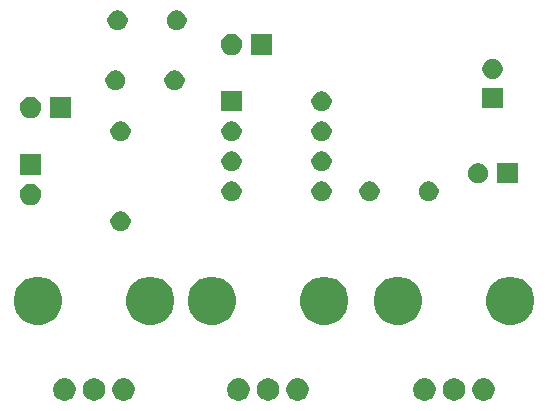
<source format=gbr>
G04 #@! TF.GenerationSoftware,KiCad,Pcbnew,5.1.5-52549c5~84~ubuntu18.04.1*
G04 #@! TF.CreationDate,2020-03-24T23:28:12-05:00*
G04 #@! TF.ProjectId,pass-01,70617373-2d30-4312-9e6b-696361645f70,rev?*
G04 #@! TF.SameCoordinates,Original*
G04 #@! TF.FileFunction,Soldermask,Bot*
G04 #@! TF.FilePolarity,Negative*
%FSLAX46Y46*%
G04 Gerber Fmt 4.6, Leading zero omitted, Abs format (unit mm)*
G04 Created by KiCad (PCBNEW 5.1.5-52549c5~84~ubuntu18.04.1) date 2020-03-24 23:28:12*
%MOMM*%
%LPD*%
G04 APERTURE LIST*
%ADD10C,0.100000*%
G04 APERTURE END LIST*
D10*
G36*
X168759395Y-113893546D02*
G01*
X168932466Y-113965234D01*
X168932467Y-113965235D01*
X169088227Y-114069310D01*
X169220690Y-114201773D01*
X169220691Y-114201775D01*
X169324766Y-114357534D01*
X169396454Y-114530605D01*
X169433000Y-114714333D01*
X169433000Y-114901667D01*
X169396454Y-115085395D01*
X169324766Y-115258466D01*
X169324765Y-115258467D01*
X169220690Y-115414227D01*
X169088227Y-115546690D01*
X169009818Y-115599081D01*
X168932466Y-115650766D01*
X168759395Y-115722454D01*
X168575667Y-115759000D01*
X168388333Y-115759000D01*
X168204605Y-115722454D01*
X168031534Y-115650766D01*
X167954182Y-115599081D01*
X167875773Y-115546690D01*
X167743310Y-115414227D01*
X167639235Y-115258467D01*
X167639234Y-115258466D01*
X167567546Y-115085395D01*
X167531000Y-114901667D01*
X167531000Y-114714333D01*
X167567546Y-114530605D01*
X167639234Y-114357534D01*
X167743309Y-114201775D01*
X167743310Y-114201773D01*
X167875773Y-114069310D01*
X168031533Y-113965235D01*
X168031534Y-113965234D01*
X168204605Y-113893546D01*
X168388333Y-113857000D01*
X168575667Y-113857000D01*
X168759395Y-113893546D01*
G37*
G36*
X171259395Y-113893546D02*
G01*
X171432466Y-113965234D01*
X171432467Y-113965235D01*
X171588227Y-114069310D01*
X171720690Y-114201773D01*
X171720691Y-114201775D01*
X171824766Y-114357534D01*
X171896454Y-114530605D01*
X171933000Y-114714333D01*
X171933000Y-114901667D01*
X171896454Y-115085395D01*
X171824766Y-115258466D01*
X171824765Y-115258467D01*
X171720690Y-115414227D01*
X171588227Y-115546690D01*
X171509818Y-115599081D01*
X171432466Y-115650766D01*
X171259395Y-115722454D01*
X171075667Y-115759000D01*
X170888333Y-115759000D01*
X170704605Y-115722454D01*
X170531534Y-115650766D01*
X170454182Y-115599081D01*
X170375773Y-115546690D01*
X170243310Y-115414227D01*
X170139235Y-115258467D01*
X170139234Y-115258466D01*
X170067546Y-115085395D01*
X170031000Y-114901667D01*
X170031000Y-114714333D01*
X170067546Y-114530605D01*
X170139234Y-114357534D01*
X170243309Y-114201775D01*
X170243310Y-114201773D01*
X170375773Y-114069310D01*
X170531533Y-113965235D01*
X170531534Y-113965234D01*
X170704605Y-113893546D01*
X170888333Y-113857000D01*
X171075667Y-113857000D01*
X171259395Y-113893546D01*
G37*
G36*
X153011395Y-113893546D02*
G01*
X153184466Y-113965234D01*
X153184467Y-113965235D01*
X153340227Y-114069310D01*
X153472690Y-114201773D01*
X153472691Y-114201775D01*
X153576766Y-114357534D01*
X153648454Y-114530605D01*
X153685000Y-114714333D01*
X153685000Y-114901667D01*
X153648454Y-115085395D01*
X153576766Y-115258466D01*
X153576765Y-115258467D01*
X153472690Y-115414227D01*
X153340227Y-115546690D01*
X153261818Y-115599081D01*
X153184466Y-115650766D01*
X153011395Y-115722454D01*
X152827667Y-115759000D01*
X152640333Y-115759000D01*
X152456605Y-115722454D01*
X152283534Y-115650766D01*
X152206182Y-115599081D01*
X152127773Y-115546690D01*
X151995310Y-115414227D01*
X151891235Y-115258467D01*
X151891234Y-115258466D01*
X151819546Y-115085395D01*
X151783000Y-114901667D01*
X151783000Y-114714333D01*
X151819546Y-114530605D01*
X151891234Y-114357534D01*
X151995309Y-114201775D01*
X151995310Y-114201773D01*
X152127773Y-114069310D01*
X152283533Y-113965235D01*
X152283534Y-113965234D01*
X152456605Y-113893546D01*
X152640333Y-113857000D01*
X152827667Y-113857000D01*
X153011395Y-113893546D01*
G37*
G36*
X155511395Y-113893546D02*
G01*
X155684466Y-113965234D01*
X155684467Y-113965235D01*
X155840227Y-114069310D01*
X155972690Y-114201773D01*
X155972691Y-114201775D01*
X156076766Y-114357534D01*
X156148454Y-114530605D01*
X156185000Y-114714333D01*
X156185000Y-114901667D01*
X156148454Y-115085395D01*
X156076766Y-115258466D01*
X156076765Y-115258467D01*
X155972690Y-115414227D01*
X155840227Y-115546690D01*
X155761818Y-115599081D01*
X155684466Y-115650766D01*
X155511395Y-115722454D01*
X155327667Y-115759000D01*
X155140333Y-115759000D01*
X154956605Y-115722454D01*
X154783534Y-115650766D01*
X154706182Y-115599081D01*
X154627773Y-115546690D01*
X154495310Y-115414227D01*
X154391235Y-115258467D01*
X154391234Y-115258466D01*
X154319546Y-115085395D01*
X154283000Y-114901667D01*
X154283000Y-114714333D01*
X154319546Y-114530605D01*
X154391234Y-114357534D01*
X154495309Y-114201775D01*
X154495310Y-114201773D01*
X154627773Y-114069310D01*
X154783533Y-113965235D01*
X154783534Y-113965234D01*
X154956605Y-113893546D01*
X155140333Y-113857000D01*
X155327667Y-113857000D01*
X155511395Y-113893546D01*
G37*
G36*
X158011395Y-113893546D02*
G01*
X158184466Y-113965234D01*
X158184467Y-113965235D01*
X158340227Y-114069310D01*
X158472690Y-114201773D01*
X158472691Y-114201775D01*
X158576766Y-114357534D01*
X158648454Y-114530605D01*
X158685000Y-114714333D01*
X158685000Y-114901667D01*
X158648454Y-115085395D01*
X158576766Y-115258466D01*
X158576765Y-115258467D01*
X158472690Y-115414227D01*
X158340227Y-115546690D01*
X158261818Y-115599081D01*
X158184466Y-115650766D01*
X158011395Y-115722454D01*
X157827667Y-115759000D01*
X157640333Y-115759000D01*
X157456605Y-115722454D01*
X157283534Y-115650766D01*
X157206182Y-115599081D01*
X157127773Y-115546690D01*
X156995310Y-115414227D01*
X156891235Y-115258467D01*
X156891234Y-115258466D01*
X156819546Y-115085395D01*
X156783000Y-114901667D01*
X156783000Y-114714333D01*
X156819546Y-114530605D01*
X156891234Y-114357534D01*
X156995309Y-114201775D01*
X156995310Y-114201773D01*
X157127773Y-114069310D01*
X157283533Y-113965235D01*
X157283534Y-113965234D01*
X157456605Y-113893546D01*
X157640333Y-113857000D01*
X157827667Y-113857000D01*
X158011395Y-113893546D01*
G37*
G36*
X143279395Y-113893546D02*
G01*
X143452466Y-113965234D01*
X143452467Y-113965235D01*
X143608227Y-114069310D01*
X143740690Y-114201773D01*
X143740691Y-114201775D01*
X143844766Y-114357534D01*
X143916454Y-114530605D01*
X143953000Y-114714333D01*
X143953000Y-114901667D01*
X143916454Y-115085395D01*
X143844766Y-115258466D01*
X143844765Y-115258467D01*
X143740690Y-115414227D01*
X143608227Y-115546690D01*
X143529818Y-115599081D01*
X143452466Y-115650766D01*
X143279395Y-115722454D01*
X143095667Y-115759000D01*
X142908333Y-115759000D01*
X142724605Y-115722454D01*
X142551534Y-115650766D01*
X142474182Y-115599081D01*
X142395773Y-115546690D01*
X142263310Y-115414227D01*
X142159235Y-115258467D01*
X142159234Y-115258466D01*
X142087546Y-115085395D01*
X142051000Y-114901667D01*
X142051000Y-114714333D01*
X142087546Y-114530605D01*
X142159234Y-114357534D01*
X142263309Y-114201775D01*
X142263310Y-114201773D01*
X142395773Y-114069310D01*
X142551533Y-113965235D01*
X142551534Y-113965234D01*
X142724605Y-113893546D01*
X142908333Y-113857000D01*
X143095667Y-113857000D01*
X143279395Y-113893546D01*
G37*
G36*
X140779395Y-113893546D02*
G01*
X140952466Y-113965234D01*
X140952467Y-113965235D01*
X141108227Y-114069310D01*
X141240690Y-114201773D01*
X141240691Y-114201775D01*
X141344766Y-114357534D01*
X141416454Y-114530605D01*
X141453000Y-114714333D01*
X141453000Y-114901667D01*
X141416454Y-115085395D01*
X141344766Y-115258466D01*
X141344765Y-115258467D01*
X141240690Y-115414227D01*
X141108227Y-115546690D01*
X141029818Y-115599081D01*
X140952466Y-115650766D01*
X140779395Y-115722454D01*
X140595667Y-115759000D01*
X140408333Y-115759000D01*
X140224605Y-115722454D01*
X140051534Y-115650766D01*
X139974182Y-115599081D01*
X139895773Y-115546690D01*
X139763310Y-115414227D01*
X139659235Y-115258467D01*
X139659234Y-115258466D01*
X139587546Y-115085395D01*
X139551000Y-114901667D01*
X139551000Y-114714333D01*
X139587546Y-114530605D01*
X139659234Y-114357534D01*
X139763309Y-114201775D01*
X139763310Y-114201773D01*
X139895773Y-114069310D01*
X140051533Y-113965235D01*
X140051534Y-113965234D01*
X140224605Y-113893546D01*
X140408333Y-113857000D01*
X140595667Y-113857000D01*
X140779395Y-113893546D01*
G37*
G36*
X138279395Y-113893546D02*
G01*
X138452466Y-113965234D01*
X138452467Y-113965235D01*
X138608227Y-114069310D01*
X138740690Y-114201773D01*
X138740691Y-114201775D01*
X138844766Y-114357534D01*
X138916454Y-114530605D01*
X138953000Y-114714333D01*
X138953000Y-114901667D01*
X138916454Y-115085395D01*
X138844766Y-115258466D01*
X138844765Y-115258467D01*
X138740690Y-115414227D01*
X138608227Y-115546690D01*
X138529818Y-115599081D01*
X138452466Y-115650766D01*
X138279395Y-115722454D01*
X138095667Y-115759000D01*
X137908333Y-115759000D01*
X137724605Y-115722454D01*
X137551534Y-115650766D01*
X137474182Y-115599081D01*
X137395773Y-115546690D01*
X137263310Y-115414227D01*
X137159235Y-115258467D01*
X137159234Y-115258466D01*
X137087546Y-115085395D01*
X137051000Y-114901667D01*
X137051000Y-114714333D01*
X137087546Y-114530605D01*
X137159234Y-114357534D01*
X137263309Y-114201775D01*
X137263310Y-114201773D01*
X137395773Y-114069310D01*
X137551533Y-113965235D01*
X137551534Y-113965234D01*
X137724605Y-113893546D01*
X137908333Y-113857000D01*
X138095667Y-113857000D01*
X138279395Y-113893546D01*
G37*
G36*
X173759395Y-113893546D02*
G01*
X173932466Y-113965234D01*
X173932467Y-113965235D01*
X174088227Y-114069310D01*
X174220690Y-114201773D01*
X174220691Y-114201775D01*
X174324766Y-114357534D01*
X174396454Y-114530605D01*
X174433000Y-114714333D01*
X174433000Y-114901667D01*
X174396454Y-115085395D01*
X174324766Y-115258466D01*
X174324765Y-115258467D01*
X174220690Y-115414227D01*
X174088227Y-115546690D01*
X174009818Y-115599081D01*
X173932466Y-115650766D01*
X173759395Y-115722454D01*
X173575667Y-115759000D01*
X173388333Y-115759000D01*
X173204605Y-115722454D01*
X173031534Y-115650766D01*
X172954182Y-115599081D01*
X172875773Y-115546690D01*
X172743310Y-115414227D01*
X172639235Y-115258467D01*
X172639234Y-115258466D01*
X172567546Y-115085395D01*
X172531000Y-114901667D01*
X172531000Y-114714333D01*
X172567546Y-114530605D01*
X172639234Y-114357534D01*
X172743309Y-114201775D01*
X172743310Y-114201773D01*
X172875773Y-114069310D01*
X173031533Y-113965235D01*
X173031534Y-113965234D01*
X173204605Y-113893546D01*
X173388333Y-113857000D01*
X173575667Y-113857000D01*
X173759395Y-113893546D01*
G37*
G36*
X145850254Y-105335818D02*
G01*
X146223511Y-105490426D01*
X146223513Y-105490427D01*
X146559436Y-105714884D01*
X146845116Y-106000564D01*
X147069574Y-106336489D01*
X147224182Y-106709746D01*
X147303000Y-107105993D01*
X147303000Y-107510007D01*
X147224182Y-107906254D01*
X147069574Y-108279511D01*
X147069573Y-108279513D01*
X146845116Y-108615436D01*
X146559436Y-108901116D01*
X146223513Y-109125573D01*
X146223512Y-109125574D01*
X146223511Y-109125574D01*
X145850254Y-109280182D01*
X145454007Y-109359000D01*
X145049993Y-109359000D01*
X144653746Y-109280182D01*
X144280489Y-109125574D01*
X144280488Y-109125574D01*
X144280487Y-109125573D01*
X143944564Y-108901116D01*
X143658884Y-108615436D01*
X143434427Y-108279513D01*
X143434426Y-108279511D01*
X143279818Y-107906254D01*
X143201000Y-107510007D01*
X143201000Y-107105993D01*
X143279818Y-106709746D01*
X143434426Y-106336489D01*
X143658884Y-106000564D01*
X143944564Y-105714884D01*
X144280487Y-105490427D01*
X144280489Y-105490426D01*
X144653746Y-105335818D01*
X145049993Y-105257000D01*
X145454007Y-105257000D01*
X145850254Y-105335818D01*
G37*
G36*
X136350254Y-105335818D02*
G01*
X136723511Y-105490426D01*
X136723513Y-105490427D01*
X137059436Y-105714884D01*
X137345116Y-106000564D01*
X137569574Y-106336489D01*
X137724182Y-106709746D01*
X137803000Y-107105993D01*
X137803000Y-107510007D01*
X137724182Y-107906254D01*
X137569574Y-108279511D01*
X137569573Y-108279513D01*
X137345116Y-108615436D01*
X137059436Y-108901116D01*
X136723513Y-109125573D01*
X136723512Y-109125574D01*
X136723511Y-109125574D01*
X136350254Y-109280182D01*
X135954007Y-109359000D01*
X135549993Y-109359000D01*
X135153746Y-109280182D01*
X134780489Y-109125574D01*
X134780488Y-109125574D01*
X134780487Y-109125573D01*
X134444564Y-108901116D01*
X134158884Y-108615436D01*
X133934427Y-108279513D01*
X133934426Y-108279511D01*
X133779818Y-107906254D01*
X133701000Y-107510007D01*
X133701000Y-107105993D01*
X133779818Y-106709746D01*
X133934426Y-106336489D01*
X134158884Y-106000564D01*
X134444564Y-105714884D01*
X134780487Y-105490427D01*
X134780489Y-105490426D01*
X135153746Y-105335818D01*
X135549993Y-105257000D01*
X135954007Y-105257000D01*
X136350254Y-105335818D01*
G37*
G36*
X160582254Y-105335818D02*
G01*
X160955511Y-105490426D01*
X160955513Y-105490427D01*
X161291436Y-105714884D01*
X161577116Y-106000564D01*
X161801574Y-106336489D01*
X161956182Y-106709746D01*
X162035000Y-107105993D01*
X162035000Y-107510007D01*
X161956182Y-107906254D01*
X161801574Y-108279511D01*
X161801573Y-108279513D01*
X161577116Y-108615436D01*
X161291436Y-108901116D01*
X160955513Y-109125573D01*
X160955512Y-109125574D01*
X160955511Y-109125574D01*
X160582254Y-109280182D01*
X160186007Y-109359000D01*
X159781993Y-109359000D01*
X159385746Y-109280182D01*
X159012489Y-109125574D01*
X159012488Y-109125574D01*
X159012487Y-109125573D01*
X158676564Y-108901116D01*
X158390884Y-108615436D01*
X158166427Y-108279513D01*
X158166426Y-108279511D01*
X158011818Y-107906254D01*
X157933000Y-107510007D01*
X157933000Y-107105993D01*
X158011818Y-106709746D01*
X158166426Y-106336489D01*
X158390884Y-106000564D01*
X158676564Y-105714884D01*
X159012487Y-105490427D01*
X159012489Y-105490426D01*
X159385746Y-105335818D01*
X159781993Y-105257000D01*
X160186007Y-105257000D01*
X160582254Y-105335818D01*
G37*
G36*
X151082254Y-105335818D02*
G01*
X151455511Y-105490426D01*
X151455513Y-105490427D01*
X151791436Y-105714884D01*
X152077116Y-106000564D01*
X152301574Y-106336489D01*
X152456182Y-106709746D01*
X152535000Y-107105993D01*
X152535000Y-107510007D01*
X152456182Y-107906254D01*
X152301574Y-108279511D01*
X152301573Y-108279513D01*
X152077116Y-108615436D01*
X151791436Y-108901116D01*
X151455513Y-109125573D01*
X151455512Y-109125574D01*
X151455511Y-109125574D01*
X151082254Y-109280182D01*
X150686007Y-109359000D01*
X150281993Y-109359000D01*
X149885746Y-109280182D01*
X149512489Y-109125574D01*
X149512488Y-109125574D01*
X149512487Y-109125573D01*
X149176564Y-108901116D01*
X148890884Y-108615436D01*
X148666427Y-108279513D01*
X148666426Y-108279511D01*
X148511818Y-107906254D01*
X148433000Y-107510007D01*
X148433000Y-107105993D01*
X148511818Y-106709746D01*
X148666426Y-106336489D01*
X148890884Y-106000564D01*
X149176564Y-105714884D01*
X149512487Y-105490427D01*
X149512489Y-105490426D01*
X149885746Y-105335818D01*
X150281993Y-105257000D01*
X150686007Y-105257000D01*
X151082254Y-105335818D01*
G37*
G36*
X176330254Y-105335818D02*
G01*
X176703511Y-105490426D01*
X176703513Y-105490427D01*
X177039436Y-105714884D01*
X177325116Y-106000564D01*
X177549574Y-106336489D01*
X177704182Y-106709746D01*
X177783000Y-107105993D01*
X177783000Y-107510007D01*
X177704182Y-107906254D01*
X177549574Y-108279511D01*
X177549573Y-108279513D01*
X177325116Y-108615436D01*
X177039436Y-108901116D01*
X176703513Y-109125573D01*
X176703512Y-109125574D01*
X176703511Y-109125574D01*
X176330254Y-109280182D01*
X175934007Y-109359000D01*
X175529993Y-109359000D01*
X175133746Y-109280182D01*
X174760489Y-109125574D01*
X174760488Y-109125574D01*
X174760487Y-109125573D01*
X174424564Y-108901116D01*
X174138884Y-108615436D01*
X173914427Y-108279513D01*
X173914426Y-108279511D01*
X173759818Y-107906254D01*
X173681000Y-107510007D01*
X173681000Y-107105993D01*
X173759818Y-106709746D01*
X173914426Y-106336489D01*
X174138884Y-106000564D01*
X174424564Y-105714884D01*
X174760487Y-105490427D01*
X174760489Y-105490426D01*
X175133746Y-105335818D01*
X175529993Y-105257000D01*
X175934007Y-105257000D01*
X176330254Y-105335818D01*
G37*
G36*
X166830254Y-105335818D02*
G01*
X167203511Y-105490426D01*
X167203513Y-105490427D01*
X167539436Y-105714884D01*
X167825116Y-106000564D01*
X168049574Y-106336489D01*
X168204182Y-106709746D01*
X168283000Y-107105993D01*
X168283000Y-107510007D01*
X168204182Y-107906254D01*
X168049574Y-108279511D01*
X168049573Y-108279513D01*
X167825116Y-108615436D01*
X167539436Y-108901116D01*
X167203513Y-109125573D01*
X167203512Y-109125574D01*
X167203511Y-109125574D01*
X166830254Y-109280182D01*
X166434007Y-109359000D01*
X166029993Y-109359000D01*
X165633746Y-109280182D01*
X165260489Y-109125574D01*
X165260488Y-109125574D01*
X165260487Y-109125573D01*
X164924564Y-108901116D01*
X164638884Y-108615436D01*
X164414427Y-108279513D01*
X164414426Y-108279511D01*
X164259818Y-107906254D01*
X164181000Y-107510007D01*
X164181000Y-107105993D01*
X164259818Y-106709746D01*
X164414426Y-106336489D01*
X164638884Y-106000564D01*
X164924564Y-105714884D01*
X165260487Y-105490427D01*
X165260489Y-105490426D01*
X165633746Y-105335818D01*
X166029993Y-105257000D01*
X166434007Y-105257000D01*
X166830254Y-105335818D01*
G37*
G36*
X142996228Y-99765703D02*
G01*
X143151100Y-99829853D01*
X143290481Y-99922985D01*
X143409015Y-100041519D01*
X143502147Y-100180900D01*
X143566297Y-100335772D01*
X143599000Y-100500184D01*
X143599000Y-100667816D01*
X143566297Y-100832228D01*
X143502147Y-100987100D01*
X143409015Y-101126481D01*
X143290481Y-101245015D01*
X143151100Y-101338147D01*
X142996228Y-101402297D01*
X142831816Y-101435000D01*
X142664184Y-101435000D01*
X142499772Y-101402297D01*
X142344900Y-101338147D01*
X142205519Y-101245015D01*
X142086985Y-101126481D01*
X141993853Y-100987100D01*
X141929703Y-100832228D01*
X141897000Y-100667816D01*
X141897000Y-100500184D01*
X141929703Y-100335772D01*
X141993853Y-100180900D01*
X142086985Y-100041519D01*
X142205519Y-99922985D01*
X142344900Y-99829853D01*
X142499772Y-99765703D01*
X142664184Y-99733000D01*
X142831816Y-99733000D01*
X142996228Y-99765703D01*
G37*
G36*
X135241512Y-97401927D02*
G01*
X135390812Y-97431624D01*
X135554784Y-97499544D01*
X135702354Y-97598147D01*
X135827853Y-97723646D01*
X135926456Y-97871216D01*
X135994376Y-98035188D01*
X136029000Y-98209259D01*
X136029000Y-98386741D01*
X135994376Y-98560812D01*
X135926456Y-98724784D01*
X135827853Y-98872354D01*
X135702354Y-98997853D01*
X135554784Y-99096456D01*
X135390812Y-99164376D01*
X135241512Y-99194073D01*
X135216742Y-99199000D01*
X135039258Y-99199000D01*
X135014488Y-99194073D01*
X134865188Y-99164376D01*
X134701216Y-99096456D01*
X134553646Y-98997853D01*
X134428147Y-98872354D01*
X134329544Y-98724784D01*
X134261624Y-98560812D01*
X134227000Y-98386741D01*
X134227000Y-98209259D01*
X134261624Y-98035188D01*
X134329544Y-97871216D01*
X134428147Y-97723646D01*
X134553646Y-97598147D01*
X134701216Y-97499544D01*
X134865188Y-97431624D01*
X135014488Y-97401927D01*
X135039258Y-97397000D01*
X135216742Y-97397000D01*
X135241512Y-97401927D01*
G37*
G36*
X152394228Y-97225703D02*
G01*
X152549100Y-97289853D01*
X152688481Y-97382985D01*
X152807015Y-97501519D01*
X152900147Y-97640900D01*
X152964297Y-97795772D01*
X152997000Y-97960184D01*
X152997000Y-98127816D01*
X152964297Y-98292228D01*
X152900147Y-98447100D01*
X152807015Y-98586481D01*
X152688481Y-98705015D01*
X152549100Y-98798147D01*
X152394228Y-98862297D01*
X152229816Y-98895000D01*
X152062184Y-98895000D01*
X151897772Y-98862297D01*
X151742900Y-98798147D01*
X151603519Y-98705015D01*
X151484985Y-98586481D01*
X151391853Y-98447100D01*
X151327703Y-98292228D01*
X151295000Y-98127816D01*
X151295000Y-97960184D01*
X151327703Y-97795772D01*
X151391853Y-97640900D01*
X151484985Y-97501519D01*
X151603519Y-97382985D01*
X151742900Y-97289853D01*
X151897772Y-97225703D01*
X152062184Y-97193000D01*
X152229816Y-97193000D01*
X152394228Y-97225703D01*
G37*
G36*
X164078228Y-97225703D02*
G01*
X164233100Y-97289853D01*
X164372481Y-97382985D01*
X164491015Y-97501519D01*
X164584147Y-97640900D01*
X164648297Y-97795772D01*
X164681000Y-97960184D01*
X164681000Y-98127816D01*
X164648297Y-98292228D01*
X164584147Y-98447100D01*
X164491015Y-98586481D01*
X164372481Y-98705015D01*
X164233100Y-98798147D01*
X164078228Y-98862297D01*
X163913816Y-98895000D01*
X163746184Y-98895000D01*
X163581772Y-98862297D01*
X163426900Y-98798147D01*
X163287519Y-98705015D01*
X163168985Y-98586481D01*
X163075853Y-98447100D01*
X163011703Y-98292228D01*
X162979000Y-98127816D01*
X162979000Y-97960184D01*
X163011703Y-97795772D01*
X163075853Y-97640900D01*
X163168985Y-97501519D01*
X163287519Y-97382985D01*
X163426900Y-97289853D01*
X163581772Y-97225703D01*
X163746184Y-97193000D01*
X163913816Y-97193000D01*
X164078228Y-97225703D01*
G37*
G36*
X160014228Y-97225703D02*
G01*
X160169100Y-97289853D01*
X160308481Y-97382985D01*
X160427015Y-97501519D01*
X160520147Y-97640900D01*
X160584297Y-97795772D01*
X160617000Y-97960184D01*
X160617000Y-98127816D01*
X160584297Y-98292228D01*
X160520147Y-98447100D01*
X160427015Y-98586481D01*
X160308481Y-98705015D01*
X160169100Y-98798147D01*
X160014228Y-98862297D01*
X159849816Y-98895000D01*
X159682184Y-98895000D01*
X159517772Y-98862297D01*
X159362900Y-98798147D01*
X159223519Y-98705015D01*
X159104985Y-98586481D01*
X159011853Y-98447100D01*
X158947703Y-98292228D01*
X158915000Y-98127816D01*
X158915000Y-97960184D01*
X158947703Y-97795772D01*
X159011853Y-97640900D01*
X159104985Y-97501519D01*
X159223519Y-97382985D01*
X159362900Y-97289853D01*
X159517772Y-97225703D01*
X159682184Y-97193000D01*
X159849816Y-97193000D01*
X160014228Y-97225703D01*
G37*
G36*
X169078228Y-97225703D02*
G01*
X169233100Y-97289853D01*
X169372481Y-97382985D01*
X169491015Y-97501519D01*
X169584147Y-97640900D01*
X169648297Y-97795772D01*
X169681000Y-97960184D01*
X169681000Y-98127816D01*
X169648297Y-98292228D01*
X169584147Y-98447100D01*
X169491015Y-98586481D01*
X169372481Y-98705015D01*
X169233100Y-98798147D01*
X169078228Y-98862297D01*
X168913816Y-98895000D01*
X168746184Y-98895000D01*
X168581772Y-98862297D01*
X168426900Y-98798147D01*
X168287519Y-98705015D01*
X168168985Y-98586481D01*
X168075853Y-98447100D01*
X168011703Y-98292228D01*
X167979000Y-98127816D01*
X167979000Y-97960184D01*
X168011703Y-97795772D01*
X168075853Y-97640900D01*
X168168985Y-97501519D01*
X168287519Y-97382985D01*
X168426900Y-97289853D01*
X168581772Y-97225703D01*
X168746184Y-97193000D01*
X168913816Y-97193000D01*
X169078228Y-97225703D01*
G37*
G36*
X176365000Y-97371000D02*
G01*
X174663000Y-97371000D01*
X174663000Y-95669000D01*
X176365000Y-95669000D01*
X176365000Y-97371000D01*
G37*
G36*
X173262228Y-95701703D02*
G01*
X173417100Y-95765853D01*
X173556481Y-95858985D01*
X173675015Y-95977519D01*
X173768147Y-96116900D01*
X173832297Y-96271772D01*
X173865000Y-96436184D01*
X173865000Y-96603816D01*
X173832297Y-96768228D01*
X173768147Y-96923100D01*
X173675015Y-97062481D01*
X173556481Y-97181015D01*
X173417100Y-97274147D01*
X173262228Y-97338297D01*
X173097816Y-97371000D01*
X172930184Y-97371000D01*
X172765772Y-97338297D01*
X172610900Y-97274147D01*
X172471519Y-97181015D01*
X172352985Y-97062481D01*
X172259853Y-96923100D01*
X172195703Y-96768228D01*
X172163000Y-96603816D01*
X172163000Y-96436184D01*
X172195703Y-96271772D01*
X172259853Y-96116900D01*
X172352985Y-95977519D01*
X172471519Y-95858985D01*
X172610900Y-95765853D01*
X172765772Y-95701703D01*
X172930184Y-95669000D01*
X173097816Y-95669000D01*
X173262228Y-95701703D01*
G37*
G36*
X136029000Y-96659000D02*
G01*
X134227000Y-96659000D01*
X134227000Y-94857000D01*
X136029000Y-94857000D01*
X136029000Y-96659000D01*
G37*
G36*
X160014228Y-94685703D02*
G01*
X160169100Y-94749853D01*
X160308481Y-94842985D01*
X160427015Y-94961519D01*
X160520147Y-95100900D01*
X160584297Y-95255772D01*
X160617000Y-95420184D01*
X160617000Y-95587816D01*
X160584297Y-95752228D01*
X160520147Y-95907100D01*
X160427015Y-96046481D01*
X160308481Y-96165015D01*
X160169100Y-96258147D01*
X160014228Y-96322297D01*
X159849816Y-96355000D01*
X159682184Y-96355000D01*
X159517772Y-96322297D01*
X159362900Y-96258147D01*
X159223519Y-96165015D01*
X159104985Y-96046481D01*
X159011853Y-95907100D01*
X158947703Y-95752228D01*
X158915000Y-95587816D01*
X158915000Y-95420184D01*
X158947703Y-95255772D01*
X159011853Y-95100900D01*
X159104985Y-94961519D01*
X159223519Y-94842985D01*
X159362900Y-94749853D01*
X159517772Y-94685703D01*
X159682184Y-94653000D01*
X159849816Y-94653000D01*
X160014228Y-94685703D01*
G37*
G36*
X152394228Y-94685703D02*
G01*
X152549100Y-94749853D01*
X152688481Y-94842985D01*
X152807015Y-94961519D01*
X152900147Y-95100900D01*
X152964297Y-95255772D01*
X152997000Y-95420184D01*
X152997000Y-95587816D01*
X152964297Y-95752228D01*
X152900147Y-95907100D01*
X152807015Y-96046481D01*
X152688481Y-96165015D01*
X152549100Y-96258147D01*
X152394228Y-96322297D01*
X152229816Y-96355000D01*
X152062184Y-96355000D01*
X151897772Y-96322297D01*
X151742900Y-96258147D01*
X151603519Y-96165015D01*
X151484985Y-96046481D01*
X151391853Y-95907100D01*
X151327703Y-95752228D01*
X151295000Y-95587816D01*
X151295000Y-95420184D01*
X151327703Y-95255772D01*
X151391853Y-95100900D01*
X151484985Y-94961519D01*
X151603519Y-94842985D01*
X151742900Y-94749853D01*
X151897772Y-94685703D01*
X152062184Y-94653000D01*
X152229816Y-94653000D01*
X152394228Y-94685703D01*
G37*
G36*
X152394228Y-92145703D02*
G01*
X152549100Y-92209853D01*
X152688481Y-92302985D01*
X152807015Y-92421519D01*
X152900147Y-92560900D01*
X152964297Y-92715772D01*
X152997000Y-92880184D01*
X152997000Y-93047816D01*
X152964297Y-93212228D01*
X152900147Y-93367100D01*
X152807015Y-93506481D01*
X152688481Y-93625015D01*
X152549100Y-93718147D01*
X152394228Y-93782297D01*
X152229816Y-93815000D01*
X152062184Y-93815000D01*
X151897772Y-93782297D01*
X151742900Y-93718147D01*
X151603519Y-93625015D01*
X151484985Y-93506481D01*
X151391853Y-93367100D01*
X151327703Y-93212228D01*
X151295000Y-93047816D01*
X151295000Y-92880184D01*
X151327703Y-92715772D01*
X151391853Y-92560900D01*
X151484985Y-92421519D01*
X151603519Y-92302985D01*
X151742900Y-92209853D01*
X151897772Y-92145703D01*
X152062184Y-92113000D01*
X152229816Y-92113000D01*
X152394228Y-92145703D01*
G37*
G36*
X142996228Y-92145703D02*
G01*
X143151100Y-92209853D01*
X143290481Y-92302985D01*
X143409015Y-92421519D01*
X143502147Y-92560900D01*
X143566297Y-92715772D01*
X143599000Y-92880184D01*
X143599000Y-93047816D01*
X143566297Y-93212228D01*
X143502147Y-93367100D01*
X143409015Y-93506481D01*
X143290481Y-93625015D01*
X143151100Y-93718147D01*
X142996228Y-93782297D01*
X142831816Y-93815000D01*
X142664184Y-93815000D01*
X142499772Y-93782297D01*
X142344900Y-93718147D01*
X142205519Y-93625015D01*
X142086985Y-93506481D01*
X141993853Y-93367100D01*
X141929703Y-93212228D01*
X141897000Y-93047816D01*
X141897000Y-92880184D01*
X141929703Y-92715772D01*
X141993853Y-92560900D01*
X142086985Y-92421519D01*
X142205519Y-92302985D01*
X142344900Y-92209853D01*
X142499772Y-92145703D01*
X142664184Y-92113000D01*
X142831816Y-92113000D01*
X142996228Y-92145703D01*
G37*
G36*
X160014228Y-92145703D02*
G01*
X160169100Y-92209853D01*
X160308481Y-92302985D01*
X160427015Y-92421519D01*
X160520147Y-92560900D01*
X160584297Y-92715772D01*
X160617000Y-92880184D01*
X160617000Y-93047816D01*
X160584297Y-93212228D01*
X160520147Y-93367100D01*
X160427015Y-93506481D01*
X160308481Y-93625015D01*
X160169100Y-93718147D01*
X160014228Y-93782297D01*
X159849816Y-93815000D01*
X159682184Y-93815000D01*
X159517772Y-93782297D01*
X159362900Y-93718147D01*
X159223519Y-93625015D01*
X159104985Y-93506481D01*
X159011853Y-93367100D01*
X158947703Y-93212228D01*
X158915000Y-93047816D01*
X158915000Y-92880184D01*
X158947703Y-92715772D01*
X159011853Y-92560900D01*
X159104985Y-92421519D01*
X159223519Y-92302985D01*
X159362900Y-92209853D01*
X159517772Y-92145703D01*
X159682184Y-92113000D01*
X159849816Y-92113000D01*
X160014228Y-92145703D01*
G37*
G36*
X135241512Y-90035927D02*
G01*
X135390812Y-90065624D01*
X135554784Y-90133544D01*
X135702354Y-90232147D01*
X135827853Y-90357646D01*
X135926456Y-90505216D01*
X135994376Y-90669188D01*
X136024073Y-90818488D01*
X136029000Y-90843258D01*
X136029000Y-91020742D01*
X136024073Y-91045512D01*
X135994376Y-91194812D01*
X135926456Y-91358784D01*
X135827853Y-91506354D01*
X135702354Y-91631853D01*
X135554784Y-91730456D01*
X135390812Y-91798376D01*
X135241512Y-91828073D01*
X135216742Y-91833000D01*
X135039258Y-91833000D01*
X135014488Y-91828073D01*
X134865188Y-91798376D01*
X134701216Y-91730456D01*
X134553646Y-91631853D01*
X134428147Y-91506354D01*
X134329544Y-91358784D01*
X134261624Y-91194812D01*
X134231927Y-91045512D01*
X134227000Y-91020742D01*
X134227000Y-90843258D01*
X134231927Y-90818488D01*
X134261624Y-90669188D01*
X134329544Y-90505216D01*
X134428147Y-90357646D01*
X134553646Y-90232147D01*
X134701216Y-90133544D01*
X134865188Y-90065624D01*
X135014488Y-90035927D01*
X135039258Y-90031000D01*
X135216742Y-90031000D01*
X135241512Y-90035927D01*
G37*
G36*
X138569000Y-91833000D02*
G01*
X136767000Y-91833000D01*
X136767000Y-90031000D01*
X138569000Y-90031000D01*
X138569000Y-91833000D01*
G37*
G36*
X152997000Y-91275000D02*
G01*
X151295000Y-91275000D01*
X151295000Y-89573000D01*
X152997000Y-89573000D01*
X152997000Y-91275000D01*
G37*
G36*
X160014228Y-89605703D02*
G01*
X160169100Y-89669853D01*
X160308481Y-89762985D01*
X160427015Y-89881519D01*
X160520147Y-90020900D01*
X160584297Y-90175772D01*
X160617000Y-90340184D01*
X160617000Y-90507816D01*
X160584297Y-90672228D01*
X160520147Y-90827100D01*
X160427015Y-90966481D01*
X160308481Y-91085015D01*
X160169100Y-91178147D01*
X160014228Y-91242297D01*
X159849816Y-91275000D01*
X159682184Y-91275000D01*
X159517772Y-91242297D01*
X159362900Y-91178147D01*
X159223519Y-91085015D01*
X159104985Y-90966481D01*
X159011853Y-90827100D01*
X158947703Y-90672228D01*
X158915000Y-90507816D01*
X158915000Y-90340184D01*
X158947703Y-90175772D01*
X159011853Y-90020900D01*
X159104985Y-89881519D01*
X159223519Y-89762985D01*
X159362900Y-89669853D01*
X159517772Y-89605703D01*
X159682184Y-89573000D01*
X159849816Y-89573000D01*
X160014228Y-89605703D01*
G37*
G36*
X175095000Y-91021000D02*
G01*
X173393000Y-91021000D01*
X173393000Y-89319000D01*
X175095000Y-89319000D01*
X175095000Y-91021000D01*
G37*
G36*
X147568228Y-87827703D02*
G01*
X147723100Y-87891853D01*
X147862481Y-87984985D01*
X147981015Y-88103519D01*
X148074147Y-88242900D01*
X148138297Y-88397772D01*
X148171000Y-88562184D01*
X148171000Y-88729816D01*
X148138297Y-88894228D01*
X148074147Y-89049100D01*
X147981015Y-89188481D01*
X147862481Y-89307015D01*
X147723100Y-89400147D01*
X147568228Y-89464297D01*
X147403816Y-89497000D01*
X147236184Y-89497000D01*
X147071772Y-89464297D01*
X146916900Y-89400147D01*
X146777519Y-89307015D01*
X146658985Y-89188481D01*
X146565853Y-89049100D01*
X146501703Y-88894228D01*
X146469000Y-88729816D01*
X146469000Y-88562184D01*
X146501703Y-88397772D01*
X146565853Y-88242900D01*
X146658985Y-88103519D01*
X146777519Y-87984985D01*
X146916900Y-87891853D01*
X147071772Y-87827703D01*
X147236184Y-87795000D01*
X147403816Y-87795000D01*
X147568228Y-87827703D01*
G37*
G36*
X142568228Y-87827703D02*
G01*
X142723100Y-87891853D01*
X142862481Y-87984985D01*
X142981015Y-88103519D01*
X143074147Y-88242900D01*
X143138297Y-88397772D01*
X143171000Y-88562184D01*
X143171000Y-88729816D01*
X143138297Y-88894228D01*
X143074147Y-89049100D01*
X142981015Y-89188481D01*
X142862481Y-89307015D01*
X142723100Y-89400147D01*
X142568228Y-89464297D01*
X142403816Y-89497000D01*
X142236184Y-89497000D01*
X142071772Y-89464297D01*
X141916900Y-89400147D01*
X141777519Y-89307015D01*
X141658985Y-89188481D01*
X141565853Y-89049100D01*
X141501703Y-88894228D01*
X141469000Y-88729816D01*
X141469000Y-88562184D01*
X141501703Y-88397772D01*
X141565853Y-88242900D01*
X141658985Y-88103519D01*
X141777519Y-87984985D01*
X141916900Y-87891853D01*
X142071772Y-87827703D01*
X142236184Y-87795000D01*
X142403816Y-87795000D01*
X142568228Y-87827703D01*
G37*
G36*
X174492228Y-86851703D02*
G01*
X174647100Y-86915853D01*
X174786481Y-87008985D01*
X174905015Y-87127519D01*
X174998147Y-87266900D01*
X175062297Y-87421772D01*
X175095000Y-87586184D01*
X175095000Y-87753816D01*
X175062297Y-87918228D01*
X174998147Y-88073100D01*
X174905015Y-88212481D01*
X174786481Y-88331015D01*
X174647100Y-88424147D01*
X174492228Y-88488297D01*
X174327816Y-88521000D01*
X174160184Y-88521000D01*
X173995772Y-88488297D01*
X173840900Y-88424147D01*
X173701519Y-88331015D01*
X173582985Y-88212481D01*
X173489853Y-88073100D01*
X173425703Y-87918228D01*
X173393000Y-87753816D01*
X173393000Y-87586184D01*
X173425703Y-87421772D01*
X173489853Y-87266900D01*
X173582985Y-87127519D01*
X173701519Y-87008985D01*
X173840900Y-86915853D01*
X173995772Y-86851703D01*
X174160184Y-86819000D01*
X174327816Y-86819000D01*
X174492228Y-86851703D01*
G37*
G36*
X152259512Y-84701927D02*
G01*
X152408812Y-84731624D01*
X152572784Y-84799544D01*
X152720354Y-84898147D01*
X152845853Y-85023646D01*
X152944456Y-85171216D01*
X153012376Y-85335188D01*
X153047000Y-85509259D01*
X153047000Y-85686741D01*
X153012376Y-85860812D01*
X152944456Y-86024784D01*
X152845853Y-86172354D01*
X152720354Y-86297853D01*
X152572784Y-86396456D01*
X152408812Y-86464376D01*
X152259512Y-86494073D01*
X152234742Y-86499000D01*
X152057258Y-86499000D01*
X152032488Y-86494073D01*
X151883188Y-86464376D01*
X151719216Y-86396456D01*
X151571646Y-86297853D01*
X151446147Y-86172354D01*
X151347544Y-86024784D01*
X151279624Y-85860812D01*
X151245000Y-85686741D01*
X151245000Y-85509259D01*
X151279624Y-85335188D01*
X151347544Y-85171216D01*
X151446147Y-85023646D01*
X151571646Y-84898147D01*
X151719216Y-84799544D01*
X151883188Y-84731624D01*
X152032488Y-84701927D01*
X152057258Y-84697000D01*
X152234742Y-84697000D01*
X152259512Y-84701927D01*
G37*
G36*
X155587000Y-86499000D02*
G01*
X153785000Y-86499000D01*
X153785000Y-84697000D01*
X155587000Y-84697000D01*
X155587000Y-86499000D01*
G37*
G36*
X142742228Y-82747703D02*
G01*
X142897100Y-82811853D01*
X143036481Y-82904985D01*
X143155015Y-83023519D01*
X143248147Y-83162900D01*
X143312297Y-83317772D01*
X143345000Y-83482184D01*
X143345000Y-83649816D01*
X143312297Y-83814228D01*
X143248147Y-83969100D01*
X143155015Y-84108481D01*
X143036481Y-84227015D01*
X142897100Y-84320147D01*
X142742228Y-84384297D01*
X142577816Y-84417000D01*
X142410184Y-84417000D01*
X142245772Y-84384297D01*
X142090900Y-84320147D01*
X141951519Y-84227015D01*
X141832985Y-84108481D01*
X141739853Y-83969100D01*
X141675703Y-83814228D01*
X141643000Y-83649816D01*
X141643000Y-83482184D01*
X141675703Y-83317772D01*
X141739853Y-83162900D01*
X141832985Y-83023519D01*
X141951519Y-82904985D01*
X142090900Y-82811853D01*
X142245772Y-82747703D01*
X142410184Y-82715000D01*
X142577816Y-82715000D01*
X142742228Y-82747703D01*
G37*
G36*
X147742228Y-82747703D02*
G01*
X147897100Y-82811853D01*
X148036481Y-82904985D01*
X148155015Y-83023519D01*
X148248147Y-83162900D01*
X148312297Y-83317772D01*
X148345000Y-83482184D01*
X148345000Y-83649816D01*
X148312297Y-83814228D01*
X148248147Y-83969100D01*
X148155015Y-84108481D01*
X148036481Y-84227015D01*
X147897100Y-84320147D01*
X147742228Y-84384297D01*
X147577816Y-84417000D01*
X147410184Y-84417000D01*
X147245772Y-84384297D01*
X147090900Y-84320147D01*
X146951519Y-84227015D01*
X146832985Y-84108481D01*
X146739853Y-83969100D01*
X146675703Y-83814228D01*
X146643000Y-83649816D01*
X146643000Y-83482184D01*
X146675703Y-83317772D01*
X146739853Y-83162900D01*
X146832985Y-83023519D01*
X146951519Y-82904985D01*
X147090900Y-82811853D01*
X147245772Y-82747703D01*
X147410184Y-82715000D01*
X147577816Y-82715000D01*
X147742228Y-82747703D01*
G37*
M02*

</source>
